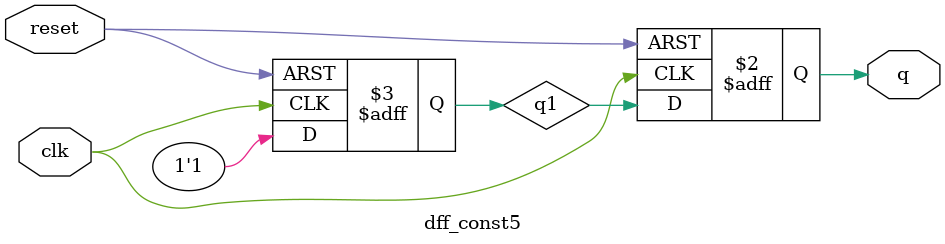
<source format=v>
module dff_const5(
	input 		clk, 
	input 		reset, 
	output 	reg 	q
);

reg q1;

always @(posedge clk, posedge reset)
begin
	if(reset)
	begin
		q <= 1'b0;
		q1 <= 1'b0;
	end
	else
	begin
		q1 <= 1'b1;
		q <= q1;
	end
end

endmodule

</source>
